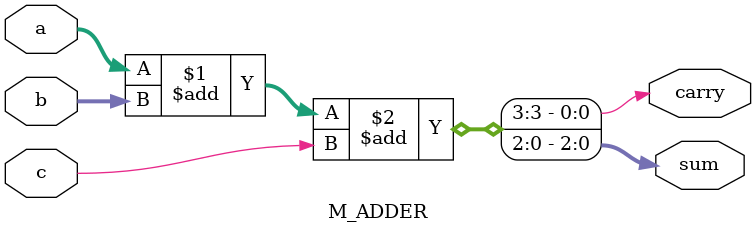
<source format=v>
module M_ADDER #(
    parameter N = 3
) (
    input[N-1:0] a,b,
    input c,
    output[N-1:0] sum,
    output carry
);
    assign {carry,sum} = a + b + c;
    
endmodule
</source>
